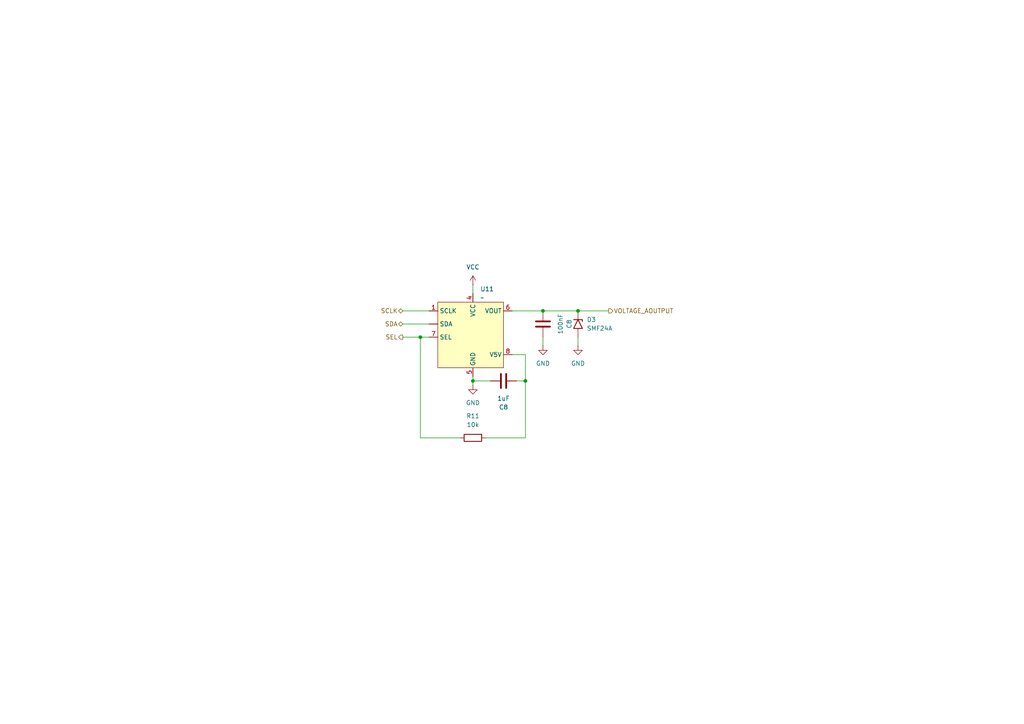
<source format=kicad_sch>
(kicad_sch
	(version 20250114)
	(generator "eeschema")
	(generator_version "9.0")
	(uuid "b134bc10-12b0-40fa-ab2c-f74014f29a75")
	(paper "A4")
	(lib_symbols
		(symbol "Device:C"
			(pin_numbers
				(hide yes)
			)
			(pin_names
				(offset 0.254)
			)
			(exclude_from_sim no)
			(in_bom yes)
			(on_board yes)
			(property "Reference" "C"
				(at 0.635 2.54 0)
				(effects
					(font
						(size 1.27 1.27)
					)
					(justify left)
				)
			)
			(property "Value" "C"
				(at 0.635 -2.54 0)
				(effects
					(font
						(size 1.27 1.27)
					)
					(justify left)
				)
			)
			(property "Footprint" ""
				(at 0.9652 -3.81 0)
				(effects
					(font
						(size 1.27 1.27)
					)
					(hide yes)
				)
			)
			(property "Datasheet" "~"
				(at 0 0 0)
				(effects
					(font
						(size 1.27 1.27)
					)
					(hide yes)
				)
			)
			(property "Description" "Unpolarized capacitor"
				(at 0 0 0)
				(effects
					(font
						(size 1.27 1.27)
					)
					(hide yes)
				)
			)
			(property "ki_keywords" "cap capacitor"
				(at 0 0 0)
				(effects
					(font
						(size 1.27 1.27)
					)
					(hide yes)
				)
			)
			(property "ki_fp_filters" "C_*"
				(at 0 0 0)
				(effects
					(font
						(size 1.27 1.27)
					)
					(hide yes)
				)
			)
			(symbol "C_0_1"
				(polyline
					(pts
						(xy -2.032 0.762) (xy 2.032 0.762)
					)
					(stroke
						(width 0.508)
						(type default)
					)
					(fill
						(type none)
					)
				)
				(polyline
					(pts
						(xy -2.032 -0.762) (xy 2.032 -0.762)
					)
					(stroke
						(width 0.508)
						(type default)
					)
					(fill
						(type none)
					)
				)
			)
			(symbol "C_1_1"
				(pin passive line
					(at 0 3.81 270)
					(length 2.794)
					(name "~"
						(effects
							(font
								(size 1.27 1.27)
							)
						)
					)
					(number "1"
						(effects
							(font
								(size 1.27 1.27)
							)
						)
					)
				)
				(pin passive line
					(at 0 -3.81 90)
					(length 2.794)
					(name "~"
						(effects
							(font
								(size 1.27 1.27)
							)
						)
					)
					(number "2"
						(effects
							(font
								(size 1.27 1.27)
							)
						)
					)
				)
			)
			(embedded_fonts no)
		)
		(symbol "Device:R"
			(pin_numbers
				(hide yes)
			)
			(pin_names
				(offset 0)
			)
			(exclude_from_sim no)
			(in_bom yes)
			(on_board yes)
			(property "Reference" "R"
				(at 2.032 0 90)
				(effects
					(font
						(size 1.27 1.27)
					)
				)
			)
			(property "Value" "R"
				(at 0 0 90)
				(effects
					(font
						(size 1.27 1.27)
					)
				)
			)
			(property "Footprint" ""
				(at -1.778 0 90)
				(effects
					(font
						(size 1.27 1.27)
					)
					(hide yes)
				)
			)
			(property "Datasheet" "~"
				(at 0 0 0)
				(effects
					(font
						(size 1.27 1.27)
					)
					(hide yes)
				)
			)
			(property "Description" "Resistor"
				(at 0 0 0)
				(effects
					(font
						(size 1.27 1.27)
					)
					(hide yes)
				)
			)
			(property "ki_keywords" "R res resistor"
				(at 0 0 0)
				(effects
					(font
						(size 1.27 1.27)
					)
					(hide yes)
				)
			)
			(property "ki_fp_filters" "R_*"
				(at 0 0 0)
				(effects
					(font
						(size 1.27 1.27)
					)
					(hide yes)
				)
			)
			(symbol "R_0_1"
				(rectangle
					(start -1.016 -2.54)
					(end 1.016 2.54)
					(stroke
						(width 0.254)
						(type default)
					)
					(fill
						(type none)
					)
				)
			)
			(symbol "R_1_1"
				(pin passive line
					(at 0 3.81 270)
					(length 1.27)
					(name "~"
						(effects
							(font
								(size 1.27 1.27)
							)
						)
					)
					(number "1"
						(effects
							(font
								(size 1.27 1.27)
							)
						)
					)
				)
				(pin passive line
					(at 0 -3.81 90)
					(length 1.27)
					(name "~"
						(effects
							(font
								(size 1.27 1.27)
							)
						)
					)
					(number "2"
						(effects
							(font
								(size 1.27 1.27)
							)
						)
					)
				)
			)
			(embedded_fonts no)
		)
		(symbol "Diode:SMF24A"
			(pin_numbers
				(hide yes)
			)
			(pin_names
				(offset 1.016)
				(hide yes)
			)
			(exclude_from_sim no)
			(in_bom yes)
			(on_board yes)
			(property "Reference" "D"
				(at 0 2.54 0)
				(effects
					(font
						(size 1.27 1.27)
					)
				)
			)
			(property "Value" "SMF24A"
				(at 0 -2.54 0)
				(effects
					(font
						(size 1.27 1.27)
					)
				)
			)
			(property "Footprint" "Diode_SMD:D_SMF"
				(at 0 -5.08 0)
				(effects
					(font
						(size 1.27 1.27)
					)
					(hide yes)
				)
			)
			(property "Datasheet" "https://www.vishay.com/doc?85881"
				(at -1.27 0 0)
				(effects
					(font
						(size 1.27 1.27)
					)
					(hide yes)
				)
			)
			(property "Description" "200W unidirectional Transil Transient Voltage Suppressor, 24Vrwm, SMF"
				(at 0 0 0)
				(effects
					(font
						(size 1.27 1.27)
					)
					(hide yes)
				)
			)
			(property "ki_keywords" "diode TVS voltage suppressor"
				(at 0 0 0)
				(effects
					(font
						(size 1.27 1.27)
					)
					(hide yes)
				)
			)
			(property "ki_fp_filters" "D*SMF*"
				(at 0 0 0)
				(effects
					(font
						(size 1.27 1.27)
					)
					(hide yes)
				)
			)
			(symbol "SMF24A_0_1"
				(polyline
					(pts
						(xy -0.762 1.27) (xy -1.27 1.27) (xy -1.27 -1.27)
					)
					(stroke
						(width 0.254)
						(type default)
					)
					(fill
						(type none)
					)
				)
				(polyline
					(pts
						(xy 1.27 1.27) (xy 1.27 -1.27) (xy -1.27 0) (xy 1.27 1.27)
					)
					(stroke
						(width 0.254)
						(type default)
					)
					(fill
						(type none)
					)
				)
			)
			(symbol "SMF24A_1_1"
				(pin passive line
					(at -3.81 0 0)
					(length 2.54)
					(name "A1"
						(effects
							(font
								(size 1.27 1.27)
							)
						)
					)
					(number "1"
						(effects
							(font
								(size 1.27 1.27)
							)
						)
					)
				)
				(pin passive line
					(at 3.81 0 180)
					(length 2.54)
					(name "A2"
						(effects
							(font
								(size 1.27 1.27)
							)
						)
					)
					(number "2"
						(effects
							(font
								(size 1.27 1.27)
							)
						)
					)
				)
			)
			(embedded_fonts no)
		)
		(symbol "Riqi_Parts:GP8201S"
			(exclude_from_sim no)
			(in_bom yes)
			(on_board yes)
			(property "Reference" "U"
				(at 0 0 0)
				(effects
					(font
						(size 1.27 1.27)
					)
				)
			)
			(property "Value" ""
				(at 0 0 0)
				(effects
					(font
						(size 1.27 1.27)
					)
				)
			)
			(property "Footprint" "Riqi_Parts:eSOP-8"
				(at 0 0 0)
				(effects
					(font
						(size 1.27 1.27)
					)
					(hide yes)
				)
			)
			(property "Datasheet" "https://lcsc.com/datasheet/lcsc_datasheet_2410121507_Guestgood-GP8201S-TC50-EW_C5240058.pdf"
				(at 0 0 0)
				(effects
					(font
						(size 1.27 1.27)
					)
					(hide yes)
				)
			)
			(property "Description" ""
				(at 0 0 0)
				(effects
					(font
						(size 1.27 1.27)
					)
					(hide yes)
				)
			)
			(symbol "GP8201S_1_1"
				(rectangle
					(start -3.81 -1.27)
					(end 15.24 -20.32)
					(stroke
						(width 0)
						(type solid)
					)
					(fill
						(type background)
					)
				)
				(pin passive line
					(at -6.35 -3.81 0)
					(length 2.54)
					(name "SCLK"
						(effects
							(font
								(size 1.27 1.27)
							)
						)
					)
					(number "1"
						(effects
							(font
								(size 1.27 1.27)
							)
						)
					)
				)
				(pin passive line
					(at -6.35 -7.62 0)
					(length 2.54)
					(name "SDA"
						(effects
							(font
								(size 1.27 1.27)
							)
						)
					)
					(number ""
						(effects
							(font
								(size 1.27 1.27)
							)
						)
					)
				)
				(pin passive line
					(at -6.35 -11.43 0)
					(length 2.54)
					(name "SEL"
						(effects
							(font
								(size 1.27 1.27)
							)
						)
					)
					(number "7"
						(effects
							(font
								(size 1.27 1.27)
							)
						)
					)
				)
				(pin passive line
					(at 6.35 1.27 270)
					(length 2.54)
					(name "VCC"
						(effects
							(font
								(size 1.27 1.27)
							)
						)
					)
					(number "4"
						(effects
							(font
								(size 1.27 1.27)
							)
						)
					)
				)
				(pin passive line
					(at 6.35 -22.86 90)
					(length 2.54)
					(name "GND"
						(effects
							(font
								(size 1.27 1.27)
							)
						)
					)
					(number "5"
						(effects
							(font
								(size 1.27 1.27)
							)
						)
					)
				)
				(pin passive line
					(at 17.78 -3.81 180)
					(length 2.54)
					(name "VOUT"
						(effects
							(font
								(size 1.27 1.27)
							)
						)
					)
					(number "6"
						(effects
							(font
								(size 1.27 1.27)
							)
						)
					)
				)
				(pin passive line
					(at 17.78 -16.51 180)
					(length 2.54)
					(name "V5V"
						(effects
							(font
								(size 1.27 1.27)
							)
						)
					)
					(number "8"
						(effects
							(font
								(size 1.27 1.27)
							)
						)
					)
				)
			)
			(embedded_fonts no)
		)
		(symbol "power:GND"
			(power)
			(pin_numbers
				(hide yes)
			)
			(pin_names
				(offset 0)
				(hide yes)
			)
			(exclude_from_sim no)
			(in_bom yes)
			(on_board yes)
			(property "Reference" "#PWR"
				(at 0 -6.35 0)
				(effects
					(font
						(size 1.27 1.27)
					)
					(hide yes)
				)
			)
			(property "Value" "GND"
				(at 0 -3.81 0)
				(effects
					(font
						(size 1.27 1.27)
					)
				)
			)
			(property "Footprint" ""
				(at 0 0 0)
				(effects
					(font
						(size 1.27 1.27)
					)
					(hide yes)
				)
			)
			(property "Datasheet" ""
				(at 0 0 0)
				(effects
					(font
						(size 1.27 1.27)
					)
					(hide yes)
				)
			)
			(property "Description" "Power symbol creates a global label with name \"GND\" , ground"
				(at 0 0 0)
				(effects
					(font
						(size 1.27 1.27)
					)
					(hide yes)
				)
			)
			(property "ki_keywords" "global power"
				(at 0 0 0)
				(effects
					(font
						(size 1.27 1.27)
					)
					(hide yes)
				)
			)
			(symbol "GND_0_1"
				(polyline
					(pts
						(xy 0 0) (xy 0 -1.27) (xy 1.27 -1.27) (xy 0 -2.54) (xy -1.27 -1.27) (xy 0 -1.27)
					)
					(stroke
						(width 0)
						(type default)
					)
					(fill
						(type none)
					)
				)
			)
			(symbol "GND_1_1"
				(pin power_in line
					(at 0 0 270)
					(length 0)
					(name "~"
						(effects
							(font
								(size 1.27 1.27)
							)
						)
					)
					(number "1"
						(effects
							(font
								(size 1.27 1.27)
							)
						)
					)
				)
			)
			(embedded_fonts no)
		)
		(symbol "power:VCC"
			(power)
			(pin_numbers
				(hide yes)
			)
			(pin_names
				(offset 0)
				(hide yes)
			)
			(exclude_from_sim no)
			(in_bom yes)
			(on_board yes)
			(property "Reference" "#PWR"
				(at 0 -3.81 0)
				(effects
					(font
						(size 1.27 1.27)
					)
					(hide yes)
				)
			)
			(property "Value" "VCC"
				(at 0 3.556 0)
				(effects
					(font
						(size 1.27 1.27)
					)
				)
			)
			(property "Footprint" ""
				(at 0 0 0)
				(effects
					(font
						(size 1.27 1.27)
					)
					(hide yes)
				)
			)
			(property "Datasheet" ""
				(at 0 0 0)
				(effects
					(font
						(size 1.27 1.27)
					)
					(hide yes)
				)
			)
			(property "Description" "Power symbol creates a global label with name \"VCC\""
				(at 0 0 0)
				(effects
					(font
						(size 1.27 1.27)
					)
					(hide yes)
				)
			)
			(property "ki_keywords" "global power"
				(at 0 0 0)
				(effects
					(font
						(size 1.27 1.27)
					)
					(hide yes)
				)
			)
			(symbol "VCC_0_1"
				(polyline
					(pts
						(xy -0.762 1.27) (xy 0 2.54)
					)
					(stroke
						(width 0)
						(type default)
					)
					(fill
						(type none)
					)
				)
				(polyline
					(pts
						(xy 0 2.54) (xy 0.762 1.27)
					)
					(stroke
						(width 0)
						(type default)
					)
					(fill
						(type none)
					)
				)
				(polyline
					(pts
						(xy 0 0) (xy 0 2.54)
					)
					(stroke
						(width 0)
						(type default)
					)
					(fill
						(type none)
					)
				)
			)
			(symbol "VCC_1_1"
				(pin power_in line
					(at 0 0 90)
					(length 0)
					(name "~"
						(effects
							(font
								(size 1.27 1.27)
							)
						)
					)
					(number "1"
						(effects
							(font
								(size 1.27 1.27)
							)
						)
					)
				)
			)
			(embedded_fonts no)
		)
	)
	(junction
		(at 121.92 97.79)
		(diameter 0)
		(color 0 0 0 0)
		(uuid "1256efc7-b427-4cba-845c-e33a36366b2c")
	)
	(junction
		(at 152.4 110.49)
		(diameter 0)
		(color 0 0 0 0)
		(uuid "1bdcb1b9-9f92-404f-aa9e-8c27441f5725")
	)
	(junction
		(at 157.48 90.17)
		(diameter 0)
		(color 0 0 0 0)
		(uuid "6ae841f6-9e11-4379-a1c8-2c7b3effe8c3")
	)
	(junction
		(at 137.16 110.49)
		(diameter 0)
		(color 0 0 0 0)
		(uuid "d858ed92-8f37-4c7e-a342-d5ef771a528c")
	)
	(junction
		(at 167.64 90.17)
		(diameter 0)
		(color 0 0 0 0)
		(uuid "fa083353-302c-4fb2-b4f3-5ffc4900fdbe")
	)
	(wire
		(pts
			(xy 148.59 90.17) (xy 157.48 90.17)
		)
		(stroke
			(width 0)
			(type default)
		)
		(uuid "172d8441-a61a-4414-8a24-177cf8948b8b")
	)
	(wire
		(pts
			(xy 121.92 97.79) (xy 124.46 97.79)
		)
		(stroke
			(width 0)
			(type default)
		)
		(uuid "19ed4ecc-a426-42cc-ab0a-3c21b94ba068")
	)
	(wire
		(pts
			(xy 116.84 93.98) (xy 124.46 93.98)
		)
		(stroke
			(width 0)
			(type default)
		)
		(uuid "3600a690-c0cd-45be-a66a-bf5d9012f595")
	)
	(wire
		(pts
			(xy 157.48 90.17) (xy 167.64 90.17)
		)
		(stroke
			(width 0)
			(type default)
		)
		(uuid "3f55b853-7a97-47e0-97ef-ac749d767524")
	)
	(wire
		(pts
			(xy 137.16 109.22) (xy 137.16 110.49)
		)
		(stroke
			(width 0)
			(type default)
		)
		(uuid "424295e7-2a4d-40a2-96f5-1299fe297166")
	)
	(wire
		(pts
			(xy 116.84 97.79) (xy 121.92 97.79)
		)
		(stroke
			(width 0)
			(type default)
		)
		(uuid "42a42c05-dafb-4e73-96f3-caa646d9f3b3")
	)
	(wire
		(pts
			(xy 137.16 110.49) (xy 142.24 110.49)
		)
		(stroke
			(width 0)
			(type default)
		)
		(uuid "469905f6-1b20-47bd-ac96-9cfccf1ea501")
	)
	(wire
		(pts
			(xy 133.35 127) (xy 121.92 127)
		)
		(stroke
			(width 0)
			(type default)
		)
		(uuid "5eab3572-3ab9-43ed-9852-aed3aeb7c050")
	)
	(wire
		(pts
			(xy 157.48 97.79) (xy 157.48 100.33)
		)
		(stroke
			(width 0)
			(type default)
		)
		(uuid "5f425b28-203a-4938-9366-d3154d26670b")
	)
	(wire
		(pts
			(xy 167.64 97.79) (xy 167.64 100.33)
		)
		(stroke
			(width 0)
			(type default)
		)
		(uuid "755c6427-bb0a-417c-af8e-3758802ac71a")
	)
	(wire
		(pts
			(xy 149.86 110.49) (xy 152.4 110.49)
		)
		(stroke
			(width 0)
			(type default)
		)
		(uuid "79f4c000-3b0f-472f-9adc-fb8da79848a3")
	)
	(wire
		(pts
			(xy 152.4 110.49) (xy 152.4 102.87)
		)
		(stroke
			(width 0)
			(type default)
		)
		(uuid "8496de1c-0951-4c66-b1e7-6f7769417ae7")
	)
	(wire
		(pts
			(xy 137.16 82.55) (xy 137.16 85.09)
		)
		(stroke
			(width 0)
			(type default)
		)
		(uuid "8767c4d4-bdad-4781-bd75-c0ce25b459c6")
	)
	(wire
		(pts
			(xy 121.92 97.79) (xy 121.92 127)
		)
		(stroke
			(width 0)
			(type default)
		)
		(uuid "8c7c90b5-36b6-4198-80a9-66366a51d8f7")
	)
	(wire
		(pts
			(xy 137.16 110.49) (xy 137.16 111.76)
		)
		(stroke
			(width 0)
			(type default)
		)
		(uuid "a947ffe2-5825-411c-85b4-1fe003f8cef6")
	)
	(wire
		(pts
			(xy 167.64 90.17) (xy 176.53 90.17)
		)
		(stroke
			(width 0)
			(type default)
		)
		(uuid "abb5f5fa-05b9-491b-8081-aa94150ae77b")
	)
	(wire
		(pts
			(xy 152.4 127) (xy 152.4 110.49)
		)
		(stroke
			(width 0)
			(type default)
		)
		(uuid "c167af9a-5f19-42f1-bd8a-c2832ad3d330")
	)
	(wire
		(pts
			(xy 152.4 102.87) (xy 148.59 102.87)
		)
		(stroke
			(width 0)
			(type default)
		)
		(uuid "d9b0aab8-92c6-4768-aefb-358a544e5c5c")
	)
	(wire
		(pts
			(xy 140.97 127) (xy 152.4 127)
		)
		(stroke
			(width 0)
			(type default)
		)
		(uuid "e48432d0-3b8a-4eca-a1bd-4f6e1a08ad92")
	)
	(wire
		(pts
			(xy 116.84 90.17) (xy 124.46 90.17)
		)
		(stroke
			(width 0)
			(type default)
		)
		(uuid "fc7ac21d-de5b-4a20-8949-dfd82da4d784")
	)
	(hierarchical_label "SCLK"
		(shape bidirectional)
		(at 116.84 90.17 180)
		(effects
			(font
				(size 1.27 1.27)
			)
			(justify right)
		)
		(uuid "258501c3-e0fc-4894-8490-b433b8731a58")
	)
	(hierarchical_label "SDA"
		(shape bidirectional)
		(at 116.84 93.98 180)
		(effects
			(font
				(size 1.27 1.27)
			)
			(justify right)
		)
		(uuid "4187374b-bd29-4c90-a045-f7c014d1bbac")
	)
	(hierarchical_label "SEL"
		(shape output)
		(at 116.84 97.79 180)
		(effects
			(font
				(size 1.27 1.27)
			)
			(justify right)
		)
		(uuid "761a1255-a57e-4cd1-af4a-91a2021c0f68")
	)
	(hierarchical_label "VOLTAGE_AOUTPUT"
		(shape output)
		(at 176.53 90.17 0)
		(effects
			(font
				(size 1.27 1.27)
			)
			(justify left)
		)
		(uuid "bed8cd5f-b393-48b2-8a60-d9f5e32766f0")
	)
	(symbol
		(lib_id "Riqi_Parts:GP8201S")
		(at 130.81 86.36 0)
		(unit 1)
		(exclude_from_sim no)
		(in_bom yes)
		(on_board yes)
		(dnp no)
		(fields_autoplaced yes)
		(uuid "3083f3de-6405-48c1-bfbc-8eba692dd5b1")
		(property "Reference" "U11"
			(at 139.3033 83.82 0)
			(effects
				(font
					(size 1.27 1.27)
				)
				(justify left)
			)
		)
		(property "Value" "~"
			(at 139.3033 86.36 0)
			(effects
				(font
					(size 1.27 1.27)
				)
				(justify left)
			)
		)
		(property "Footprint" "Riqi_Parts:eSOP-8"
			(at 130.81 86.36 0)
			(effects
				(font
					(size 1.27 1.27)
				)
				(hide yes)
			)
		)
		(property "Datasheet" "https://lcsc.com/datasheet/lcsc_datasheet_2410121507_Guestgood-GP8201S-TC50-EW_C5240058.pdf"
			(at 130.81 86.36 0)
			(effects
				(font
					(size 1.27 1.27)
				)
				(hide yes)
			)
		)
		(property "Description" ""
			(at 130.81 86.36 0)
			(effects
				(font
					(size 1.27 1.27)
				)
				(hide yes)
			)
		)
		(pin "4"
			(uuid "efb988f6-c932-4029-bf9c-8e7ccc9f8df9")
		)
		(pin "1"
			(uuid "e9600d62-9a79-451e-a838-6bfc7b851033")
		)
		(pin "5"
			(uuid "2171b937-6b58-4741-ada7-81d9b943e09e")
		)
		(pin "7"
			(uuid "a05c47a9-a9aa-4793-8a2c-ab43d38c0f5c")
		)
		(pin ""
			(uuid "4e6d7521-c851-4f33-8c82-e2293a2e9d88")
		)
		(pin "8"
			(uuid "9a7ce201-4337-4107-8e0a-a2c66d70e1e3")
		)
		(pin "6"
			(uuid "bdf14164-8516-4c07-8d3e-97d1bf96b75b")
		)
		(instances
			(project "NIVARA"
				(path "/e09284a3-0da6-4b1c-80d3-a52d405369d9/b46cdcb1-15cb-4562-89d5-6c513685d0bc/a32b3d60-0e66-46f1-8f50-4d1160e83726"
					(reference "U11")
					(unit 1)
				)
			)
		)
	)
	(symbol
		(lib_id "power:GND")
		(at 157.48 100.33 0)
		(unit 1)
		(exclude_from_sim no)
		(in_bom yes)
		(on_board yes)
		(dnp no)
		(fields_autoplaced yes)
		(uuid "58ab032a-a125-4f11-be96-975989165ec9")
		(property "Reference" "#PWR031"
			(at 157.48 106.68 0)
			(effects
				(font
					(size 1.27 1.27)
				)
				(hide yes)
			)
		)
		(property "Value" "GND"
			(at 157.48 105.41 0)
			(effects
				(font
					(size 1.27 1.27)
				)
			)
		)
		(property "Footprint" ""
			(at 157.48 100.33 0)
			(effects
				(font
					(size 1.27 1.27)
				)
				(hide yes)
			)
		)
		(property "Datasheet" ""
			(at 157.48 100.33 0)
			(effects
				(font
					(size 1.27 1.27)
				)
				(hide yes)
			)
		)
		(property "Description" "Power symbol creates a global label with name \"GND\" , ground"
			(at 157.48 100.33 0)
			(effects
				(font
					(size 1.27 1.27)
				)
				(hide yes)
			)
		)
		(pin "1"
			(uuid "c67b5085-8420-4640-9bcf-b56bc68f7ce6")
		)
		(instances
			(project "NIVARA"
				(path "/e09284a3-0da6-4b1c-80d3-a52d405369d9/b46cdcb1-15cb-4562-89d5-6c513685d0bc/a32b3d60-0e66-46f1-8f50-4d1160e83726"
					(reference "#PWR031")
					(unit 1)
				)
			)
		)
	)
	(symbol
		(lib_id "Device:R")
		(at 137.16 127 90)
		(unit 1)
		(exclude_from_sim no)
		(in_bom yes)
		(on_board yes)
		(dnp no)
		(fields_autoplaced yes)
		(uuid "58ea438c-a0af-4712-95f8-13d3506fd829")
		(property "Reference" "R11"
			(at 137.16 120.65 90)
			(effects
				(font
					(size 1.27 1.27)
				)
			)
		)
		(property "Value" "10k"
			(at 137.16 123.19 90)
			(effects
				(font
					(size 1.27 1.27)
				)
			)
		)
		(property "Footprint" ""
			(at 137.16 128.778 90)
			(effects
				(font
					(size 1.27 1.27)
				)
				(hide yes)
			)
		)
		(property "Datasheet" "~"
			(at 137.16 127 0)
			(effects
				(font
					(size 1.27 1.27)
				)
				(hide yes)
			)
		)
		(property "Description" "Resistor"
			(at 137.16 127 0)
			(effects
				(font
					(size 1.27 1.27)
				)
				(hide yes)
			)
		)
		(pin "2"
			(uuid "a1ac1794-ad33-4069-b2c8-0713624070c4")
		)
		(pin "1"
			(uuid "9471d3df-9771-4d7e-946c-b73286d7a74c")
		)
		(instances
			(project "NIVARA"
				(path "/e09284a3-0da6-4b1c-80d3-a52d405369d9/b46cdcb1-15cb-4562-89d5-6c513685d0bc/a32b3d60-0e66-46f1-8f50-4d1160e83726"
					(reference "R11")
					(unit 1)
				)
			)
		)
	)
	(symbol
		(lib_id "power:GND")
		(at 137.16 111.76 0)
		(unit 1)
		(exclude_from_sim no)
		(in_bom yes)
		(on_board yes)
		(dnp no)
		(fields_autoplaced yes)
		(uuid "6377d4ba-fff2-4b59-8eb9-4efccc1fefb4")
		(property "Reference" "#PWR030"
			(at 137.16 118.11 0)
			(effects
				(font
					(size 1.27 1.27)
				)
				(hide yes)
			)
		)
		(property "Value" "GND"
			(at 137.16 116.84 0)
			(effects
				(font
					(size 1.27 1.27)
				)
			)
		)
		(property "Footprint" ""
			(at 137.16 111.76 0)
			(effects
				(font
					(size 1.27 1.27)
				)
				(hide yes)
			)
		)
		(property "Datasheet" ""
			(at 137.16 111.76 0)
			(effects
				(font
					(size 1.27 1.27)
				)
				(hide yes)
			)
		)
		(property "Description" "Power symbol creates a global label with name \"GND\" , ground"
			(at 137.16 111.76 0)
			(effects
				(font
					(size 1.27 1.27)
				)
				(hide yes)
			)
		)
		(pin "1"
			(uuid "37b780ef-8b02-4944-852d-70f7c9574bd0")
		)
		(instances
			(project "NIVARA"
				(path "/e09284a3-0da6-4b1c-80d3-a52d405369d9/b46cdcb1-15cb-4562-89d5-6c513685d0bc/a32b3d60-0e66-46f1-8f50-4d1160e83726"
					(reference "#PWR030")
					(unit 1)
				)
			)
		)
	)
	(symbol
		(lib_id "power:GND")
		(at 167.64 100.33 0)
		(unit 1)
		(exclude_from_sim no)
		(in_bom yes)
		(on_board yes)
		(dnp no)
		(fields_autoplaced yes)
		(uuid "662b6e9a-245d-4a1f-b92b-f2a9faa0457a")
		(property "Reference" "#PWR046"
			(at 167.64 106.68 0)
			(effects
				(font
					(size 1.27 1.27)
				)
				(hide yes)
			)
		)
		(property "Value" "GND"
			(at 167.64 105.41 0)
			(effects
				(font
					(size 1.27 1.27)
				)
			)
		)
		(property "Footprint" ""
			(at 167.64 100.33 0)
			(effects
				(font
					(size 1.27 1.27)
				)
				(hide yes)
			)
		)
		(property "Datasheet" ""
			(at 167.64 100.33 0)
			(effects
				(font
					(size 1.27 1.27)
				)
				(hide yes)
			)
		)
		(property "Description" "Power symbol creates a global label with name \"GND\" , ground"
			(at 167.64 100.33 0)
			(effects
				(font
					(size 1.27 1.27)
				)
				(hide yes)
			)
		)
		(pin "1"
			(uuid "21e7dea8-dc65-49ba-b955-ef1b8542ed03")
		)
		(instances
			(project "NIVARA"
				(path "/e09284a3-0da6-4b1c-80d3-a52d405369d9/b46cdcb1-15cb-4562-89d5-6c513685d0bc/a32b3d60-0e66-46f1-8f50-4d1160e83726"
					(reference "#PWR046")
					(unit 1)
				)
			)
		)
	)
	(symbol
		(lib_id "Diode:SMF24A")
		(at 167.64 93.98 270)
		(unit 1)
		(exclude_from_sim no)
		(in_bom yes)
		(on_board yes)
		(dnp no)
		(fields_autoplaced yes)
		(uuid "70958a0c-14cd-498d-96c7-6784d8276f5e")
		(property "Reference" "D3"
			(at 170.18 92.7099 90)
			(effects
				(font
					(size 1.27 1.27)
				)
				(justify left)
			)
		)
		(property "Value" "SMF24A"
			(at 170.18 95.2499 90)
			(effects
				(font
					(size 1.27 1.27)
				)
				(justify left)
			)
		)
		(property "Footprint" "Diode_SMD:D_SMF"
			(at 162.56 93.98 0)
			(effects
				(font
					(size 1.27 1.27)
				)
				(hide yes)
			)
		)
		(property "Datasheet" "https://www.vishay.com/doc?85881"
			(at 167.64 92.71 0)
			(effects
				(font
					(size 1.27 1.27)
				)
				(hide yes)
			)
		)
		(property "Description" "200W unidirectional Transil Transient Voltage Suppressor, 24Vrwm, SMF"
			(at 167.64 93.98 0)
			(effects
				(font
					(size 1.27 1.27)
				)
				(hide yes)
			)
		)
		(property "LCSC#" "C7495269"
			(at 167.64 93.98 90)
			(effects
				(font
					(size 1.27 1.27)
				)
				(hide yes)
			)
		)
		(pin "1"
			(uuid "5d6114e7-4d01-46e9-b6f8-13b34735f7d8")
		)
		(pin "2"
			(uuid "20826ab0-bcd0-4e56-a872-7397b8be6b21")
		)
		(instances
			(project "NIVARA"
				(path "/e09284a3-0da6-4b1c-80d3-a52d405369d9/b46cdcb1-15cb-4562-89d5-6c513685d0bc/a32b3d60-0e66-46f1-8f50-4d1160e83726"
					(reference "D3")
					(unit 1)
				)
			)
		)
	)
	(symbol
		(lib_id "Device:C")
		(at 146.05 110.49 90)
		(unit 1)
		(exclude_from_sim no)
		(in_bom yes)
		(on_board yes)
		(dnp no)
		(uuid "9227a4e1-076b-4c64-a5fe-adc09d5f4dd7")
		(property "Reference" "C8"
			(at 146.05 118.11 90)
			(effects
				(font
					(size 1.27 1.27)
				)
			)
		)
		(property "Value" "1uF"
			(at 146.05 115.57 90)
			(effects
				(font
					(size 1.27 1.27)
				)
			)
		)
		(property "Footprint" ""
			(at 149.86 109.5248 0)
			(effects
				(font
					(size 1.27 1.27)
				)
				(hide yes)
			)
		)
		(property "Datasheet" "~"
			(at 146.05 110.49 0)
			(effects
				(font
					(size 1.27 1.27)
				)
				(hide yes)
			)
		)
		(property "Description" "Unpolarized capacitor"
			(at 146.05 110.49 0)
			(effects
				(font
					(size 1.27 1.27)
				)
				(hide yes)
			)
		)
		(pin "2"
			(uuid "36a415a9-920a-4916-a94e-832ae2137fe0")
		)
		(pin "1"
			(uuid "73adbd46-5f8d-4d88-803d-ef29b34837a5")
		)
		(instances
			(project "NIVARA"
				(path "/e09284a3-0da6-4b1c-80d3-a52d405369d9/b46cdcb1-15cb-4562-89d5-6c513685d0bc/a32b3d60-0e66-46f1-8f50-4d1160e83726"
					(reference "C8")
					(unit 1)
				)
			)
		)
	)
	(symbol
		(lib_id "Device:C")
		(at 157.48 93.98 180)
		(unit 1)
		(exclude_from_sim no)
		(in_bom yes)
		(on_board yes)
		(dnp no)
		(uuid "ddb04e3c-561d-41ad-bae2-3a5e343ae6fa")
		(property "Reference" "C8"
			(at 165.1 93.98 90)
			(effects
				(font
					(size 1.27 1.27)
				)
			)
		)
		(property "Value" "100nF"
			(at 162.56 93.98 90)
			(effects
				(font
					(size 1.27 1.27)
				)
			)
		)
		(property "Footprint" ""
			(at 156.5148 90.17 0)
			(effects
				(font
					(size 1.27 1.27)
				)
				(hide yes)
			)
		)
		(property "Datasheet" "~"
			(at 157.48 93.98 0)
			(effects
				(font
					(size 1.27 1.27)
				)
				(hide yes)
			)
		)
		(property "Description" "Unpolarized capacitor"
			(at 157.48 93.98 0)
			(effects
				(font
					(size 1.27 1.27)
				)
				(hide yes)
			)
		)
		(pin "2"
			(uuid "6dbcc052-a428-4c49-8a9b-fb49fec7b57e")
		)
		(pin "1"
			(uuid "f868081e-22eb-4a51-8e20-ce2eaeb53f0f")
		)
		(instances
			(project "NIVARA"
				(path "/e09284a3-0da6-4b1c-80d3-a52d405369d9/b46cdcb1-15cb-4562-89d5-6c513685d0bc/a32b3d60-0e66-46f1-8f50-4d1160e83726"
					(reference "C8")
					(unit 1)
				)
			)
		)
	)
	(symbol
		(lib_id "power:VCC")
		(at 137.16 82.55 0)
		(unit 1)
		(exclude_from_sim no)
		(in_bom yes)
		(on_board yes)
		(dnp no)
		(fields_autoplaced yes)
		(uuid "e460a96d-5dd3-4ed7-af47-3af99cff44c8")
		(property "Reference" "#PWR029"
			(at 137.16 86.36 0)
			(effects
				(font
					(size 1.27 1.27)
				)
				(hide yes)
			)
		)
		(property "Value" "VCC"
			(at 137.16 77.47 0)
			(effects
				(font
					(size 1.27 1.27)
				)
			)
		)
		(property "Footprint" ""
			(at 137.16 82.55 0)
			(effects
				(font
					(size 1.27 1.27)
				)
				(hide yes)
			)
		)
		(property "Datasheet" ""
			(at 137.16 82.55 0)
			(effects
				(font
					(size 1.27 1.27)
				)
				(hide yes)
			)
		)
		(property "Description" "Power symbol creates a global label with name \"VCC\""
			(at 137.16 82.55 0)
			(effects
				(font
					(size 1.27 1.27)
				)
				(hide yes)
			)
		)
		(pin "1"
			(uuid "6a6108e1-adcd-4d23-b6a8-31edcc0c325a")
		)
		(instances
			(project "NIVARA"
				(path "/e09284a3-0da6-4b1c-80d3-a52d405369d9/b46cdcb1-15cb-4562-89d5-6c513685d0bc/a32b3d60-0e66-46f1-8f50-4d1160e83726"
					(reference "#PWR029")
					(unit 1)
				)
			)
		)
	)
)

</source>
